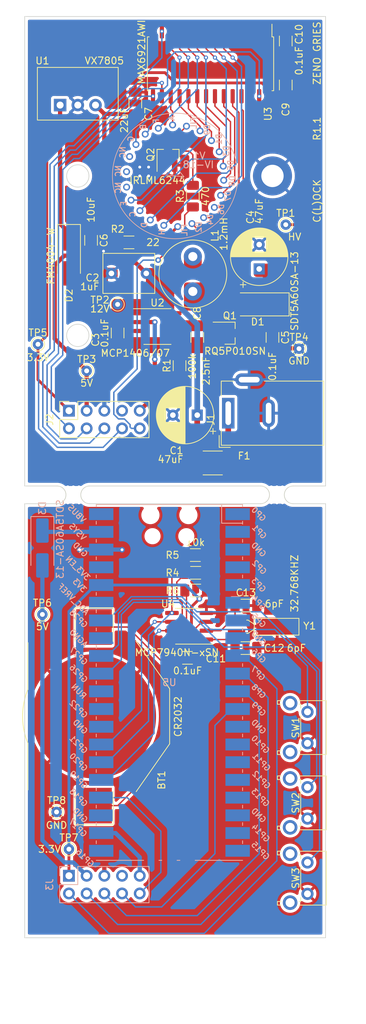
<source format=kicad_pcb>
(kicad_pcb (version 20221018) (generator pcbnew)
  (layers (0 "F.Cu" signal) (31 "B.Cu" signal) (34 "B.Paste" user) (35 "F.Paste" user) (36 "B.SilkS" user "B.Silkscreen") (37 "F.SilkS" user "F.Silkscreen") (38 "B.Mask" user) (39 "F.Mask" user) (44 "Edge.Cuts" user))
  (net 0 "")
  (net 1 "Net-(BT1-+)")
  (net 2 "GND")
  (net 3 "+12V")
  (net 4 "/30-50V")
  (net 5 "Net-(D2-K)")
  (net 6 "+5V")
  (net 7 "+3.3V")
  (net 8 "GNDA")
  (net 9 "+3.3VA")
  (net 10 "Net-(D1-A)")
  (net 11 "Net-(D3-K)")
  (net 12 "/BOOST")
  (net 13 "/SCL")
  (net 14 "/SDA")
  (net 15 "/MFP")
  (net 16 "/SWITCH1")
  (net 17 "/SWITCH2")
  (net 18 "/SWITCH3")
  (net 20 "Net-(U4-X1)")
  (net 21 "Net-(U4-X2)")
  (net 22 "+5VA")
  (net 23 "/MCU_BLANK")
  (net 24 "/MCU_LATCH")
  (net 25 "/MCU_DATA")
  (net 26 "/CLOCK")
  (net 27 "/DATA")
  (net 28 "/LATCH")
  (net 29 "/BLANK")
  (net 30 "/MCU_CLOCK")
  (net 31 "/MCU_BOOST")
  (net 32 "Net-(R2-Pad2)")
  (net 45 "/GATE")
  (net 59 "/DP")
  (net 60 "/D")
  (net 61 "/C")
  (net 62 "/E")
  (net 63 "/F")
  (net 64 "/B")
  (net 65 "/G")
  (net 66 "/A")
  (net 67 "/D9")
  (net 68 "/D1")
  (net 69 "/D3")
  (net 70 "/D5")
  (net 71 "/D8")
  (net 72 "/D7")
  (net 73 "/D6")
  (net 74 "/D4")
  (net 75 "/D2")
  (net 82 "/FIL")
  (net 83 "/MCU_FIL")
  (net 84 "Net-(Q2-G)")
  (net 85 "Net-(Q2-D)")
  (net 89 "Net-(F1-Pad1)")
  (footprint "Button_Switch_THT:SW_Tactile_SPST_Angled_PTS645Vx83-2LFS" (layer "F.Cu") (at 149.8025 144.78 -90)
    (fp_text reference "SW2")
    (fp_text value "SW_SPST")
  )
  (footprint "TestPoint:TestPoint_THTPad_D1.5mm_Drill0.7mm" (layer "F.Cu") (at 118.11 85.09)
    (fp_text reference "TP3")
    (fp_text value "5V")
  )
  (footprint "Capacitor_SMD:C_1206_3216Metric_Pad1.33x1.80mm_HandSolder" (layer "F.Cu") (at 125.095 46.6975 90)
    (fp_text reference "C7")
    (fp_text value "22uF")
  )
  (footprint "Diode_SMD:D_SMA_Handsoldering" (layer "F.Cu") (at 142.661 75.565 180)
    (fp_text reference "D1")
    (fp_text value "SDT5A60SA-13")
  )
  (footprint "vfd:Crystal_DS26_D2.0mm_L6.0mm_Horizontal_Grounded_SMT" (layer "F.Cu") (at 140.379 122.7272 90)
    (fp_text reference "Y1")
    (fp_text value "32.768KHZ")
  )
  (footprint "Panelization:mouse-bite-2.54mm-slot" (layer "F.Cu") (at 145.415 102.87)
    (fp_text reference "mouse-bite-2.54mm-slot" hide)
    (fp_text value "VAL**" hide)
  )
  (footprint "TestPoint:TestPoint_THTPad_D1.5mm_Drill0.7mm" (layer "F.Cu") (at 113.792 148.336)
    (fp_text reference "TP8")
    (fp_text value "GND")
  )
  (footprint "Resistor_SMD:R_1206_3216Metric_Pad1.30x1.75mm_HandSolder" (layer "F.Cu") (at 133.35 60.045 90)
    (fp_text reference "R3")
    (fp_text value "470")
  )
  (footprint "TestPoint:TestPoint_THTPad_D1.5mm_Drill0.7mm" (layer "F.Cu") (at 111.125 81.28)
    (fp_text reference "TP5")
    (fp_text value "3.3V")
  )
  (footprint "Capacitor_THT:CP_Radial_D8.0mm_P3.50mm" (layer "F.Cu") (at 142.875 70.485 90)
    (fp_text reference "C4")
    (fp_text value "47uF")
  )
  (footprint "Package_SO:SOIC-8_3.9x4.9mm_P1.27mm" (layer "F.Cu") (at 128.27 78.74)
    (fp_text reference "U2")
    (fp_text value "MCP1406/07")
  )
  (footprint "Resistor_SMD:R_1206_3216Metric_Pad1.30x1.75mm_HandSolder" (layer "F.Cu") (at 133.757 116.586 180)
    (fp_text reference "R6")
    (fp_text value "10k")
  )
  (footprint "Diode_SMD:D_SMA_Handsoldering" (layer "F.Cu") (at 115.57 68.62 -90)
    (fp_text reference "D2")
    (fp_text value "FM4004-W")
  )
  (footprint "Package_SO:SOIC-28W_7.5x17.9mm_P1.27mm" (layer "F.Cu") (at 135.89 41.07 -90)
    (fp_text reference "U3")
    (fp_text value "MAX6921AWI")
  )
  (footprint "TestPoint:TestPoint_THTPad_D1.5mm_Drill0.7mm" (layer "F.Cu") (at 146.685 64.135)
    (fp_text reference "TP1")
    (fp_text value "HV")
  )
  (footprint "Capacitor_SMD:C_1206_3216Metric_Pad1.33x1.80mm_HandSolder" (layer "F.Cu") (at 132.588 126.238)
    (fp_text reference "C11")
    (fp_text value "0.1uF")
  )
  (footprint "Panelization:mouse-bite-2.54mm-slot" (layer "F.Cu") (at 116.205 102.87)
    (fp_text reference "mouse-bite-2.54mm-slot" hide)
    (fp_text value "VAL**" hide)
  )
  (footprint "TestPoint:TestPoint_THTPad_D1.5mm_Drill0.7mm" (layer "F.Cu") (at 115.57 153.67)
    (fp_text reference "TP7")
    (fp_text value "3.3V")
  )
  (footprint "Capacitor_SMD:C_1206_3216Metric_Pad1.33x1.80mm_HandSolder" (layer "F.Cu") (at 140.97 118.745)
    (fp_text reference "C13")
    (fp_text value "6pF")
  )
  (footprint "Capacitor_THT:C_Rect_L7.2mm_W5.5mm_P5.00mm_FKS2_FKP2_MKS2_MKP2" (layer "F.Cu") (at 126.666 71.12 180)
    (fp_text reference "C2")
    (fp_text value "1uF")
  )
  (footprint "Resistor_SMD:R_1206_3216Metric_Pad1.30x1.75mm_HandSolder" (layer "F.Cu") (at 133.757 114.046 180)
    (fp_text reference "R4")
    (fp_text value "10k")
  )
  (footprint "MountingHole:MountingHole_3.2mm_M3_DIN965_Pad" (layer "F.Cu") (at 144.78 57.15)
    (fp_text reference "H1")
    (fp_text value "MountingHole_Pad")
  )
  (footprint "Capacitor_SMD:C_1206_3216Metric_Pad1.33x1.80mm_HandSolder" (layer "F.Cu") (at 146.685 44.1075 -90)
    (fp_text reference "C9")
    (fp_text value "0.1uF")
  )
  (footprint "Capacitor_SMD:C_1206_3216Metric_Pad1.33x1.80mm_HandSolder" (layer "F.Cu") (at 122.555 79.6675 -90)
    (fp_text reference "C3")
    (fp_text value "0.1uF")
  )
  (footprint "Fuse:Fuse_1812_4532Metric_Pad1.30x3.40mm_HandSolder" (layer "F.Cu") (at 136.205 98.298 180)
    (fp_text reference "F1")
    (fp_text value "300mA")
  )
  (footprint "Button_Switch_THT:SW_Tactile_SPST_Angled_PTS645Vx83-2LFS" (layer "F.Cu") (at 149.8025 155.575 -90)
    (fp_text reference "SW3")
    (fp_text value "SW_SPST")
  )
  (footprint "Capacitor_SMD:C_1206_3216Metric_Pad1.33x1.80mm_HandSolder" (layer "F.Cu") (at 133.985 80.3025 -90)
    (fp_text reference "C8")
    (fp_text value "2.5nF")
  )
  (footprint "vfd:VX7805" (layer "F.Cu") (at 116.84 46.99)
    (fp_text reference "U1")
    (fp_text value "VX7805")
  )
  (footprint "Resistor_SMD:R_1206_3216Metric_Pad1.30x1.75mm_HandSolder" (layer "F.Cu") (at 124.18 66.675)
    (fp_text reference "R2")
    (fp_text value "22")
  )
  (footprint "Capacitor_SMD:C_1206_3216Metric_Pad1.33x1.80mm_HandSolder" (layer "F.Cu") (at 144.78 80.3025 -90)
    (fp_text reference "C5")
    (fp_text value "0.1uF")
  )
  (footprint "Capacitor_SMD:C_1206_3216Metric_Pad1.33x1.80mm_HandSolder" (layer "F.Cu") (at 146.685 37.8075 -90)
    (fp_text reference "C10")
    (fp_text value "0.1uF")
  )
  (footprint "Package_TO_SOT_SMD:SOT-23_Handsoldering" (layer "F.Cu") (at 129.794 54.102 90)
    (fp_text reference "Q2")
    (fp_text value "IRLML6244")
  )
  (footprint "Battery:BatteryHolder_Keystone_3002_1x2032" (layer "F.Cu") (at 119.17 134.62 90)
    (fp_text reference "BT1")
    (fp_text value "CR2032")
  )
  (footprint "Button_Switch_THT:SW_Tactile_SPST_Angled_PTS645Vx83-2LFS" (layer "F.Cu") (at 149.8025 133.985 -90)
    (fp_text reference "SW1")
    (fp_text value "SW_SPST")
  )
  (footprint "Package_SO:SOIC-8_3.9x4.9mm_P1.27mm" (layer "F.Cu") (at 132.824 121.7112 180)
    (fp_text reference "U4")
    (fp_text value "MCP7940N-xSN")
  )
  (footprint "Connector_BarrelJack:BarrelJack_Wuerth_6941xx301002" (layer "F.Cu") (at 138.43 91.16 90)
    (fp_text reference "J1")
    (fp_text value "Barrel_Jack_Switch")
  )
  (footprint "Capacitor_SMD:C_1206_3216Metric_Pad1.33x1.80mm_HandSolder" (layer "F.Cu") (at 140.97 124.841)
    (fp_text reference "C12")
    (fp_text value "6pF")
  )
  (footprint "TestPoint:TestPoint_THTPad_D1.5mm_Drill0.7mm" (layer "F.Cu") (at 122.555 75.565)
    (fp_text reference "TP2")
    (fp_text value "12V")
  )
  (footprint "TestPoint:TestPoint_THTPad_D1.5mm_Drill0.7mm" (layer "F.Cu") (at 148.59 81.915)
    (fp_text reference "TP4")
    (fp_text value "GND")
  )
  (footprint "TestPoint:TestPoint_THTPad_D1.5mm_Drill0.7mm" (layer "F.Cu") (at 111.76 120.015)
    (fp_text reference "TP6")
    (fp_text value "5V")
  )
  (footprint "Resistor_SMD:R_1206_3216Metric_Pad1.30x1.75mm_HandSolder" (layer "F.Cu") (at 133.705 111.506 180)
    (fp_text reference "R5")
    (fp_text value "10k")
  )
  (footprint "Capacitor_SMD:C_1206_3216Metric_Pad1.33x1.80mm_HandSolder" (layer "F.Cu") (at 118.745 66.3825 -90)
    (fp_text reference "C6")
    (fp_text value "10uF")
  )
  (footprint "Package_TO_SOT_SMD:SOT-23_Handsoldering" (layer "F.Cu") (at 138.66 79.69)
    (fp_text reference "Q1")
    (fp_text value "RQ5P010SN")
  )
  (footprint "Connector_PinSocket_2.54mm:PinSocket_2x05_P2.54mm_Vertical" (layer "F.Cu") (at 115.57 90.805 90)
    (fp_text reference "J2")
    (fp_text value "Conn_02x05_Odd_Even")
  )
  (footprint "Capacitor_THT:CP_Radial_D8.0mm_P3.50mm" (layer "F.Cu") (at 133.985 91.44 180)
    (fp_text reference "C1")
    (fp_text value "47uF")
  )
  (footprint "Resistor_SMD:R_1206_3216Metric_Pad1.30x1.75mm_HandSolder" (layer "F.Cu") (at 131.445 84.354 90)
    (fp_text reference "R1")
    (fp_text value "100k")
  )
  (footprint "Inductor_THT:L_Radial_D9.5mm_P5.00mm_Fastron_07HVP" (layer "F.Cu") (at 133.35 68.707 -90)
    (fp_text reference "L1")
    (fp_text value "1.2mH")
  )
  (footprint "Connector_PinSocket_2.54mm:PinSocket_2x05_P2.54mm_Vertical" (layer "F.Cu") (at 115.57 157.48 90)
    (fp_text reference "J3")
    (fp_text value "Conn_02x05_Odd_Even")
  )
  (footprint "MCU_RaspberryPi_and_Boards:RPi_Pico_SMD" (layer "B.Cu") (at 129.99 129.77 180)
    (fp_text reference "U5")
    (fp_text value "Pico")
  )
  (footprint "Diode_SMD:D_SMA_Handsoldering" (layer "B.Cu") (at 111.76 110.49 -90)
    (fp_text reference "D3")
    (fp_text value "SDT5A60SA-13")
  )
  (footprint "vfd:IV-18" (layer "B.Cu") (at 130.81 57.15 85)
    (fp_text reference "V1")
    (fp_text value "IV-18")
  )
  (gr_line (start 152.4 101.6) (end 152.4 34.29) (stroke (width 0.1)) (layer "Edge.Cuts"))
  (gr_arc (start 143.0782 101.6) (mid 144.3482 102.87) (end 143.0782 104.14) (stroke (width 0.1)) (layer "Edge.Cuts"))
  (gr_line (start 109.22 34.29) (end 109.22 101.6) (stroke (width 0.1)) (layer "Edge.Cuts"))
  (gr_line (start 109.22 166.37) (end 109.22 104.14) (stroke (width 0.1)) (layer "Edge.Cuts"))
  (gr_arc (start 147.7518 104.14) (mid 146.4818 102.87) (end 147.7518 101.6) (stroke (width 0.1)) (layer "Edge.Cuts"))
  (gr_arc (start 118.5418 104.14) (mid 117.2718 102.87) (end 118.5418 101.6) (stroke (width 0.1)) (layer "Edge.Cuts"))
  (gr_line (start 118.5418 101.6) (end 143.0782 101.6) (stroke (width 0.1)) (layer "Edge.Cuts"))
  (gr_line (start 113.8682 104.14) (end 109.22 104.14) (stroke (width 0.1)) (layer "Edge.Cuts"))
  (gr_line (start 152.4 104.14) (end 147.7518 104.14) (stroke (width 0.1)) (layer "Edge.Cuts"))
  (gr_line (start 109.22 101.6) (end 113.8682 101.6) (stroke (width 0.1)) (layer "Edge.Cuts"))
  (gr_line (start 152.4 166.37) (end 109.22 166.37) (stroke (width 0.1)) (layer "Edge.Cuts"))
  (gr_line (start 152.4 104.14) (end 152.4 166.37) (stroke (width 0.1)) (layer "Edge.Cuts"))
  (gr_circle (center 116.84 80.01) (end 118.44 80.01) (stroke (width 0.1)) (fill none) (layer "Edge.Cuts"))
  (gr_arc (start 113.8682 101.6) (mid 115.1382 102.87) (end 113.8682 104.14) (stroke (width 0.1)) (layer "Edge.Cuts"))
  (gr_line (start 118.5418 104.14) (end 143.0782 104.14) (stroke (width 0.1)) (layer "Edge.Cuts"))
  (gr_line (start 147.7518 101.6) (end 152.4 101.6) (stroke (width 0.1)) (layer "Edge.Cuts"))
  (gr_circle (center 116.84 57.15) (end 118.44 57.15) (stroke (width 0.1)) (fill none) (layer "Edge.Cuts"))
  (gr_line (start 152.4 34.29) (end 109.22 34.29) (stroke (width 0.1)) (layer "Edge.Cuts"))
  (gr_text "C(L)OCK		R1.1	ZENO GRIES" (at 151.765 34.925 90) (layer "F.SilkS") (effects (font (size 1 1)) (justify right bottom)))
  (segment (start 132.196 127.201976) (end 132.196 123.554226) (width 0.2032) (layer "F.Cu") (net 1))
  (segment (start 123.965024 121.82) (end 129.791024 127.646) (width 0.2032) (layer "F.Cu") (net 1))
  (segment (start 122.582 147.42) (end 131.751976 138.250024) (width 0.2032) (layer "F.Cu") (net 1))
  (segment (start 119.17 121.82) (end 123.965024 121.82) (width 0.2032) (layer "F.Cu") (net 1))
  (segment (start 129.791024 127.646) (end 131.751976 127.646) (width 0.2032) (layer "F.Cu") (net 1))
  (segment (start 133.816 121.923646) (end 134.663446 121.0762) (width 0.2032) (layer "F.Cu") (net 1))
  (segment (start 134.663446 121.0762) (end 135.299 121.0762) (width 0.2032) (layer "F.Cu") (net 1))
  (segment (start 131.751976 138.250024) (end 131.751976 127.646) (width 0.2032) (layer "F.Cu") (net 1))
  (segment (start 119.17 147.42) (end 122.582 147.42) (width 0.2032) (layer "F.Cu") (net 1))
  (segment (start 132.196 123.554226) (end 133.816 121.934226) (width 0.2032) (layer "F.Cu") (net 1))
  (segment (start 131.751976 127.646) (end 132.196 127.201976) (width 0.2032) (layer "F.Cu") (net 1))
  (segment (start 133.816 121.934226) (end 133.816 121.923646) (width 0.2032) (layer "F.Cu") (net 1))
  (segment (start 148.59 81.915) (end 148.54 81.865) (width 0.6096) (layer "F.Cu") (net 2))
  (segment (start 120.534537 67.933462) (end 120.522999 67.945) (width 0.6096) (layer "F.Cu") (net 2))
  (segment (start 120.522999 67.945) (end 118.745 67.945) (width 0.6096) (layer "F.Cu") (net 2))
  (segment (start 148.54 81.865) (end 144.78 81.865) (width 0.6096) (layer "F.Cu") (net 2))
  (via (at 125.73 57.15) (size 0.8128) (drill 0.4064) (layers "F.Cu" "B.Cu") (net 2))
  (via (at 120.534537 67.933462) (size 0.8128) (drill 0.4064) (layers "F.Cu" "B.Cu") (net 2))
  (via (at 127 55.88) (size 0.8128) (drill 0.4064) (layers "F.Cu" "B.Cu") (net 2))
  (via (at 125.73 55.88) (size 0.8128) (drill 0.4064) (layers "F.Cu" "B.Cu") (net 2))
  (via (at 127 57.15) (size 0.8128) (drill 0.4064) (layers "F.Cu" "B.Cu") (net 2))
  (segment (start 120.65 90.805) (end 120.65 86.36) (width 0.6096) (layer "B.Cu") (net 2))
  (segment (start 126.666 71.12) (end 125.142 69.596) (width 0.6096) (layer "F.Cu") (net 3))
  (segment (start 133.985 91.44) (end 134.265 91.16) (width 0.6096) (layer "F.Cu") (net 3))
  (segment (start 115.57 70.358) (end 115.57 71.12) (width 0.6096) (layer "F.Cu") (net 3))
  (segment (start 116.332 69.596) (end 115.57 70.358) (width 0.6096) (layer "F.Cu") (net 3))
  (segment (start 133.98 91.445) (end 133.985 91.44) (width 0.6096) (layer "F.Cu") (net 3))
  (segment (start 125.142 69.596) (end 116.332 69.596) (width 0.6096) (layer "F.Cu") (net 3))
  (segment (start 133.98 98.298) (end 133.98 91.445) (width 0.8128) (layer "F.Cu") (net 3))
  (segment (start 133.985 91.44) (end 133.985 78.439) (width 0.8128) (layer "B.Cu") (net 3))
  (segment (start 133.985 78.439) (end 126.666 71.12) (width 0.8128) (layer "B.Cu") (net 3))
  (segment (start 146.685 36.245) (end 144.32 36.245) (width 0.4064) (layer "F.Cu") (net 4))
  (segment (start 149.275 36.245) (end 146.685 36.245) (width 0.4064) (layer "F.Cu") (net 4))
  (segment (start 151.13 68.58) (end 151.13 64.135) (width 0.4064) (layer "F.Cu") (net 4))
  (segment (start 146.685 64.135) (end 148.59 64.135) (width 0.4064) (layer "F.Cu") (net 4))
  (segment (start 144.32 36.245) (end 144.145 36.42) (width 0.4064) (layer "F.Cu") (net 4))
  (segment (start 151.13 38.1) (end 149.275 36.245) (width 0.4064) (layer "F.Cu") (net 4))
  (segment (start 149.1996 64.135) (end 148.59 64.135) (width 0.4064) (layer "F.Cu") (net 4))
  (segment (start 149.1996 64.135) (end 151.13 64.135) (width 0.4064) (layer "F.Cu") (net 4))
  (segment (start 149.225 70.485) (end 151.13 68.58) (width 0.4064) (layer "F.Cu") (net 4))
  (segment (start 142.875 70.485) (end 149.225 70.485) (width 0.4064) (layer "F.Cu") (net 4))
  (segment (start 151.13 64.135) (end 151.13 38.1) (width 0.4064) (layer "F.Cu") (net 4))
  (segment (start 114.3 64.008) (end 114.3 46.99) (width 0.6096) (layer "F.Cu") (net 5))
  (segment (start 115.57 66.12) (end 115.57 65.278) (width 0.6096) (layer "F.Cu") (net 5))
  (segment (start 118.745 64.82) (end 115.57 64.82) (width 0.6096) (layer "F.Cu") (net 5))
  (segment (start 115.57 65.278) (end 114.3 64.008) (width 0.6096) (layer "F.Cu") (net 5))
  (segment (start 115.57 64.82) (end 115.57 66.12) (width 0.6096) (layer "F.Cu") (net 5))
  (segment (start 120.65 48.26) (end 119.38 46.99) (width 0.6096) (layer "F.Cu") (net 6))
  (segment (start 113.532 80.512) (end 113.532 69.936024) (width 0.6096) (layer "F.Cu") (net 6))
  (segment (start 118.11 85.09) (end 113.532 80.512) (width 0.6096) (layer "F.Cu") (net 6))
  (segment (start 114.888024 68.58) (end 116.84 68.58) (width 0.6096) (layer "F.Cu") (net 6))
  (segment (start 120.65 48.26) (end 120.65 49.27) (width 0.6096) (layer "F.Cu") (net 6))
  (segment (start 125.095 48.26) (end 120.65 48.26) (width 0.6096) (layer "F.Cu") (net 6))
  (segment (start 116.84 68.58) (end 117.094 68.326) (width 0.6096) (layer "F.Cu") (net 6))
  (segment (start 118.11 85.09) (end 118.11 90.805) (width 0.6096) (layer "F.Cu") (net 6))
  (segment (start 117.094 68.326) (end 117.094 67.31) (width 0.6096) (layer "F.Cu") (net 6))
  (segment (start 113.532 69.936024) (end 114.888024 68.58) (width 0.6096) (layer "F.Cu") (net 6))
  (segment (start 120.65 49.27) (end 120.65 66.675) (width 0.6096) (layer "F.Cu") (net 6))
  (segment (start 117.094 67.31) (end 117.729 66.675) (width 0.6096) (layer "F.Cu") (net 6))
  (segment (start 117.729 66.675) (end 122.63 66.675) (width 0.6096) (layer "F.Cu") (net 6))
  (segment (start 120.65 66.675) (end 122.63 66.675) (width 0.6096) (layer "F.Cu") (net 6))
  (segment (start 112.395 80.01) (end 111.125 81.28) (width 0.4064) (layer "F.Cu") (net 7))
  (segment (start 144.195 45.67) (end 144.145 45.72) (width 0.4064) (layer "F.Cu") (net 7))
  (segment (start 146.685 45.67) (end 144.195 45.67) (width 0.4064) (layer "F.Cu") (net 7))
  (segment (start 144.145 45.72) (end 144.145 44.695) (width 0.4064) (layer "F.Cu") (net 7))
  (segment (start 115.7368 42.3418) (end 112.395 45.6836) (width 0.4064) (layer "F.Cu") (net 7))
  (segment (start 143.265 43.815) (end 130.821579 43.815) (width 0.4064) (layer "F.Cu") (net 7))
  (segment (start 111.125 81.28) (end 111.125 86.36) (width 0.4064) (layer "F.Cu") (net 7))
  (segment (start 144.145 44.695) (end 143.265 43.815) (width 0.4064) (layer "F.Cu") (net 7))
  (segment (start 130.821579 43.815) (end 129.348379 42.3418) (width 0.4064) (layer "F.Cu") (net 7))
  (segment (start 129.348379 42.3418) (end 115.7368 42.3418) (width 0.4064) (layer "F.Cu") (net 7))
  (segment (start 111.125 86.36) (end 115.57 90.805) (width 0.4064) (layer "F.Cu") (net 7))
  (segment (start 112.395 45.6836) (end 112.395 80.01) (width 0.4064) (layer "F.Cu") (net 7))
  (segment (start 120.65 157.48) (end 120.65 154.94) (width 0.6096) (layer "F.Cu") (net 8))
  (via (at 123.19 110.744) (size 0.8128) (drill 0.4064) (layers "F.Cu" "B.Cu") (net 8))
  (via (at 117.094 110.744) (size 0.8128) (drill 0.4064) (layers "F.Cu" "B.Cu") (net 8))
  (segment (start 121.1 110.72) (end 123.166 110.72) (width 0.6096) (layer "B.Cu") (net 8))
  (segment (start 117.118 110.72) (end 117.094 110.744) (width 0.6096) (layer "B.Cu") (net 8))
  (segment (start 121.1 110.72) (end 117.118 110.72) (width 0.6096) (layer "B.Cu") (net 8))
  (segment (start 123.166 110.72) (end 123.19 110.744) (width 0.6096) (layer "B.Cu") (net 8))
  (segment (start 135.307 111.558) (end 135.255 111.506) (width 0.4064) (layer "F.Cu") (net 9))
  (segment (start 135.307 116.764568) (end 135.307 116.586) (width 0.4064) (layer "F.Cu") (net 9))
  (segment (start 135.307 114.046) (end 135.307 111.558) (width 0.4064) (layer "F.Cu") (net 9))
  (segment (start 133.1528 118.918768) (end 133.1528 121.591638) (width 0.4064) (layer "F.Cu") (net 9))
  (segment (start 134.290784 117.780784) (end 133.1528 118.918768) (width 0.4064) (layer "F.Cu") (net 9))
  (segment (start 130.349 125.283468) (end 130.349 123.6162) (width 0.4064) (layer "F.Cu") (net 9))
  (segment (start 131.0255 125.959968) (end 130.349 125.283468) (width 0.4064) (layer "F.Cu") (net 9))
  (segment (start 134.290784 117.780784) (end 135.307 116.764568) (width 0.4064) (layer "F.Cu") (net 9))
  (segment (start 115.57 157.48) (end 115.57 153.67) (width 0.4064) (layer "F.Cu") (net 9))
  (segment (start 133.1528 121.591638) (end 131.128238 123.6162) (width 0.4064) (layer "F.Cu") (net 9))
  (segment (start 131.128238 123.6162) (end 130.349 123.6162) (width 0.4064) (layer "F.Cu") (net 9))
  (segment (start 131.0255 126.238) (end 131.0255 125.959968) (width 0.4064) (layer "F.Cu") (net 9))
  (segment (start 135.307 116.586) (end 135.307 114.046) (width 0.4064) (layer "F.Cu") (net 9))
  (via (at 134.290784 117.780784) (size 0.8128) (drill 0.4064) (layers "F.Cu" "B.Cu") (net 9))
  (segment (start 119.357632 115.8) (end 121.1 115.8) (width 0.4064) (layer "B.Cu") (net 9))
  (segment (start 115.57 153.67) (end 115.57 119.587632) (width 0.4064) (layer "B.Cu") (net 9))
  (segment (start 132.31 115.8) (end 121.1 115.8) (width 0.4064) (layer "B.Cu") (net 9))
  (segment (start 134.290784 117.780784) (end 132.31 115.8) (width 0.4064) (layer "B.Cu") (net 9))
  (segment (start 115.57 119.587632) (end 119.357632 115.8) (width 0.4064) (layer "B.Cu") (net 9))
  (segment (start 111.95 108.18) (end 111.76 107.99) (width 0.6096) (layer "B.Cu") (net 11))
  (segment (start 121.1 108.18) (end 111.95 108.18) (width 0.6096) (layer "B.Cu") (net 11))
  (segment (start 131.445 85.904) (end 127.889 85.904) (width 0.6096) (layer "F.Cu") (net 12))
  (segment (start 127.889 88.646) (end 127.889 85.904) (width 0.6096) (layer "F.Cu") (net 12))
  (segment (start 127.889 78.105) (end 125.795 78.105) (width 0.6096) (layer "F.Cu") (net 12))
  (segment (start 127.889 84.328) (end 127.889 83.439) (width 0.6096) (layer "F.Cu") (net 12))
  (segment (start 125.73 90.805) (end 127.889 88.646) (width 0.6096) (layer "F.Cu") (net 12))
  (segment (start 127.889 85.904) (end 127.889 84.328) (width 0.6096) (layer "F.Cu") (net 12))
  (via (at 127.889 83.439) (size 0.8128) (drill 0.4064) (layers "F.Cu" "B.Cu") (net 12))
  (via (at 127.889 78.105) (size 0.8128) (drill 0.4064) (layers "F.Cu" "B.Cu") (net 12))
  (segment (start 127.889 83.439) (end 127.889 78.105) (width 0.6096) (layer "B.Cu") (net 12))
  (segment (start 130.349 121.0762) (end 131.038842 121.0762) (width 0.2032) (layer "F.Cu") (net 13))
  (segment (start 131.832 120.283042) (end 131.832 118.37) (width 0.2032) (layer "F.Cu") (net 13))
  (segment (start 131.038842 121.0762) (end 131.832 120.283042) (width 0.2032) (layer "F.Cu") (net 13))
  (segment (start 131.049 115.3742) (end 132.207 114.2162) (width 0.2032) (layer "F.Cu") (net 13))
  (segment (start 131.049 117.587) (end 131.049 115.3742) (width 0.2032) (layer "F.Cu") (net 13))
  (segment (start 127.883437 121.0762) (end 130.349 121.0762) (width 0.2032) (layer "F.Cu") (net 13))
  (segment (start 131.832 118.37) (end 131.049 117.587) (width 0.2032) (layer "F.Cu") (net 13))
  (segment (start 132.207 114.2162) (end 132.207 114.046) (width 0.2032) (layer "F.Cu") (net 13))
  (via (at 127.883437 121.0762) (size 0.6096) (drill 0.3048) (layers "F.Cu" "B.Cu") (net 13))
  (segment (start 127.883437 121.0762) (end 125.984 122.975637) (width 0.2032) (layer "B.Cu") (net 13))
  (segment (start 125.984 122.975637) (end 125.984 133.776) (width 0.2032) (layer "B.Cu") (net 13))
  (segment (start 125.984 133.776) (end 121.1 138.66) (width 0.2032) (layer "B.Cu") (net 13))
  (segment (start 130.349 119.8062) (end 130.349 113.509742) (width 0.2032) (layer "F.Cu") (net 14))
  (segment (start 130.349 113.509742) (end 132.155 111.703742) (width 0.2032) (layer "F.Cu") (net 14))
  (segment (start 132.155 111.703742) (end 132.155 111.506) (width 0.2032) (layer "F.Cu") (net 14))
  (segment (start 132.155 111.70834) (end 132.155 111.506) (width 0.2032) (layer "F.Cu") (net 14))
  (via (at 130.349 119.8062) (size 0.6096) (drill 0.3048) (layers "F.Cu" "B.Cu") (net 14))
  (segment (start 130.201895 119.8062) (end 130.349 119.8062) (width 0.2032) (layer "B.Cu") (net 14))
  (segment (start 127 135.3) (end 127 123.008095) (width 0.2032) (layer "B.Cu") (net 14))
  (segment (start 127 123.008095) (end 130.201895 119.8062) (width 0.2032) (layer "B.Cu") (net 14))
  (segment (start 121.1 141.2) (end 127 135.3) (width 0.2032) (layer "B.Cu") (net 14))
  (segment (start 131.024747 122.3462) (end 132.4416 120.929347) (width 0.2032) (layer "F.Cu") (net 15))
  (segment (start 132.4416 116.8206) (end 132.207 116.586) (width 0.2032) (layer "F.Cu") (net 15))
  (segment (start 130.349 122.3462) (end 131.024747 122.3462) (width 0.2032) (layer "F.Cu") (net 15))
  (segment (start 128.524 122.3462) (end 130.349 122.3462) (width 0.2032) (layer "F.Cu") (net 15))
  (segment (start 132.4416 120.929347) (end 132.4416 116.8206) (width 0.2032) (layer "F.Cu") (net 15))
  (via (at 128.524 122.3462) (size 0.6096) (drill 0.3048) (layers "F.Cu" "B.Cu") (net 15))
  (segment (start 128.524 122.3462) (end 127.771152 123.099048) (width 0.2032) (layer "B.Cu") (net 15))
  (segment (start 127.771152 137.068848) (end 121.1 143.74) (width 0.2032) (layer "B.Cu") (net 15))
  (segment (start 127.771152 123.099048) (end 127.771152 137.068848) (width 0.2032) (layer "B.Cu") (net 15))
  (segment (start 123.0884 120.041072) (end 123.0884 126.5116) (width 0.2032) (layer "B.Cu") (net 16))
  (segment (start 149.8025 133.985) (end 149.8025 127.423946) (width 0.2032) (layer "B.Cu") (net 16))
  (segment (start 147.067154 124.6886) (end 137.830074 124.6886) (width 0.2032) (layer "B.Cu") (net 16))
  (segment (start 124.841672 118.2878) (end 123.0884 120.041072) (width 0.2032) (layer "B.Cu") (net 16))
  (segment (start 131.429274 118.2878) (end 124.841672 118.2878) (width 0.2032) (layer "B.Cu") (net 16))
  (segment (start 137.830074 124.6886) (end 131.429274 118.2878) (width 0.2032) (layer "B.Cu") (net 16))
  (segment (start 149.8025 127.423946) (end 147.067154 124.6886) (width 0.2032) (layer "B.Cu") (net 16))
  (segment (start 123.0884 126.5116) (end 121.1 128.5) (width 0.2032) (layer "B.Cu") (net 16))
  (segment (start 149.8025 144.78) (end 151.13 143.4525) (width 0.2032) (layer "B.Cu") (net 17))
  (segment (start 131.59761 117.8814) (end 124.673336 117.8814) (width 0.2032) (layer "B.Cu") (net 17))
  (segment (start 122.682 119.872736) (end 122.682 124.378) (width 0.2032) (layer "B.Cu") (net 17))
  (segment (start 135.89021 122.174) (end 131.59761 117.8814) (width 0.2032) (layer "B.Cu") (net 17))
  (segment (start 124.673336 117.8814) (end 122.682 119.872736) (width 0.2032) (layer "B.Cu") (net 17))
  (segment (start 145.12729 122.174) (end 135.89021 122.174) (width 0.2032) (layer "B.Cu") (net 17))
  (segment (start 151.13 128.17671) (end 145.12729 122.174) (width 0.2032) (layer "B.Cu") (net 17))
  (segment (start 151.13 143.4525) (end 151.13 128.17671) (width 0.2032) (layer "B.Cu") (net 17))
  (segment (start 122.682 124.378) (end 121.1 125.96) (width 0.2032) (layer "B.Cu") (net 17))
  (segment (start 131.765946 117.475) (end 124.505 117.475) (width 0.2032) (layer "B.Cu") (net 18))
  (segment (start 143.162026 119.634) (end 133.924946 119.634) (width 0.2032) (layer "B.Cu") (net 18))
  (segment (start 151.5364 128.008374) (end 143.162026 119.634) (width 0.2032) (layer "B.Cu") (net 18))
  (segment (start 133.924946 119.634) (end 131.765946 117.475) (width 0.2032) (layer "B.Cu") (net 18))
  (segment (start 124.505 117.475) (end 121.1 120.88) (width 0.2032) (layer "B.Cu") (net 18))
  (segment (start 151.5364 153.8411) (end 151.5364 128.008374) (width 0.2032) (layer "B.Cu") (net 18))
  (segment (start 149.8025 155.575) (end 151.5364 153.8411) (width 0.2032) (layer "B.Cu") (net 18))
  (segment (start 139.4075 124.841) (end 139.4075 122.9367) (width 0.2032) (layer "F.Cu") (net 20))
  (segment (start 138.918059 122.7272) (end 139.617 122.7272) (width 0.2032) (layer "F.Cu") (net 20))
  (segment (start 135.299 123.6162) (end 138.029059 123.6162) (width 0.2032) (layer "F.Cu") (net 20))
  (segment (start 139.4075 122.9367) (end 139.617 122.7272) (width 0.2032) (layer "F.Cu") (net 20))
  (segment (start 138.029059 123.6162) (end 138.918059 122.7272) (width 0.2032) (layer "F.Cu") (net 20))
  (segment (start 135.299 122.3462) (end 137.359507 122.3462) (width 0.2032) (layer "F.Cu") (net 21))
  (segment (start 139.4075 120.6127) (end 139.617 120.8222) (width 0.2032) (layer "F.Cu") (net 21))
  (segment (start 138.883507 120.8222) (end 139.617 120.8222) (width 0.2032) (layer "F.Cu") (net 21))
  (segment (start 137.359507 122.3462) (end 138.883507 120.8222) (width 0.2032) (layer "F.Cu") (net 21))
  (segment (start 139.4075 118.745) (end 139.4075 120.6127) (width 0.2032) (layer "F.Cu") (net 21))
  (segment (start 111.76 120.015) (end 111.76 112.99) (width 0.6096) (layer "B.Cu") (net 22))
  (segment (start 114.935 155.575) (end 111.76 152.4) (width 0.6096) (layer "B.Cu") (net 22))
  (segment (start 118.11 157.48) (end 116.205 155.575) (width 0.6096) (layer "B.Cu") (net 22))
  (segment (start 111.76 152.4) (end 111.76 120.015) (width 0.6096) (layer "B.Cu") (net 22))
  (segment (start 116.205 155.575) (end 114.935 155.575) (width 0.6096) (layer "B.Cu") (net 22))
  (segment (start 136.525 154.305) (end 136.525 135.935) (width 0.2032) (layer "B.Cu") (net 23))
  (segment (start 136.525 135.935) (end 138.88 133.58) (width 0.2032) (layer "B.Cu") (net 23))
  (segment (start 128.8796 161.9504) (end 136.525 154.305) (width 0.2032) (layer "B.Cu") (net 23))
  (segment (start 125.1204 161.9504) (end 128.8796 161.9504) (width 0.2032) (layer "B.Cu") (net 23))
  (segment (start 123.19 160.02) (end 125.1204 161.9504) (width 0.2032) (layer "B.Cu") (net 23))
  (segment (start 142.875 154.305) (end 142.875 133.223) (width 0.2032) (layer "B.Cu") (net 24))
  (segment (start 123.825 163.195) (end 133.985 163.195) (width 0.2032) (layer "B.Cu") (net 24))
  (segment (start 120.65 160.02) (end 123.825 163.195) (width 0.2032) (layer "B.Cu") (net 24))
  (segment (start 142.875 133.223) (end 140.692 131.04) (width 0.2032) (layer "B.Cu") (net 24))
  (segment (start 133.985 163.195) (end 142.875 154.305) (width 0.2032) (layer "B.Cu") (net 24))
  (segment (start 140.692 131.04) (end 138.88 131.04) (width 0.2032) (layer "B.Cu") (net 24))
  (segment (start 144.145 154.813) (end 144.145 131.953) (width 0.2032) (layer "B.Cu") (net 25))
  (segment (start 134.493 164.465) (end 144.145 154.813) (width 0.2032) (layer "B.Cu") (net 25))
  (segment (start 140.692 128.5) (end 138.88 128.5) (width 0.2032) (layer "B.Cu") (net 25))
  (segment (start 118.11 160.02) (end 122.555 164.465) (width 0.2032) (layer "B.Cu") (net 25))
  (segment (start 122.555 164.465) (end 134.493 164.465) (width 0.2032) (layer "B.Cu") (net 25))
  (segment (start 144.145 131.953) (end 140.692 128.5) (width 0.2032) (layer "B.Cu") (net 25))
  (via (at 127.635 45.72) (size 0.6096) (drill 0.3048) (layers "F.Cu" "B.Cu") (net 26))
  (segment (start 125.984 45.72) (end 117.043201 54.6608) (width 0.2032) (layer "B.Cu") (net 26))
  (segment (start 114.678666 56.254745) (end 114.678666 82.848922) (width 0.2032) (layer "B.Cu") (net 26))
  (segment (start 127.635 45.72) (end 125.984 45.72) (width 0.2032) (layer "B.Cu") (net 26))
  (segment (start 117.043201 54.6608) (end 116.272611 54.6608) (width 0.2032) (layer "B.Cu") (net 26))
  (segment (start 113.042 84.485588) (end 113.042 90.817) (width 0.2032) (layer "B.Cu") (net 26))
  (segment (start 113.042 90.817) (end 115.57 93.345) (width 0.2032) (layer "B.Cu") (net 26))
  (segment (start 116.272611 54.6608) (end 114.678666 56.254745) (width 0.2032) (layer "B.Cu") (net 26))
  (segment (start 114.678666 82.848922) (end 113.042 84.485588) (width 0.2032) (layer "B.Cu") (net 26))
  (via (at 142.875 45.72) (size 0.6096) (drill 0.3048) (layers "F.Cu" "B.Cu") (net 27))
  (segment (start 130.81 39.37) (end 129.7178 40.4622) (width 0.2032) (layer "B.Cu") (net 27))
  (segment (start 114.408072 94.8436) (end 116.6114 94.8436) (width 0.2032) (layer "B.Cu") (net 27))
  (segment (start 116.6114 94.8436) (end 118.11 93.345) (width 0.2032) (layer "B.Cu") (net 27))
  (segment (start 126.214096 44.6278) (end 116.790697 54.0512) (width 0.2032) (layer "B.Cu") (net 27))
  (segment (start 141.605 39.37) (end 130.81 39.37) (width 0.2032) (layer "B.Cu") (net 27))
  (segment (start 112.4324 84.233084) (end 112.4324 92.867928) (width 0.2032) (layer "B.Cu") (net 27))
  (segment (start 142.875 40.64) (end 141.605 39.37) (width 0.2032) (layer "B.Cu") (net 27))
  (segment (start 142.875 45.72) (end 142.875 40.64) (width 0.2032) (layer "B.Cu") (net 27))
  (segment (start 129.7178 40.4622) (end 129.7178 44.151673) (width 0.2032) (layer "B.Cu") (net 27))
  (segment (start 129.7178 44.151673) (end 129.241673 44.6278) (width 0.2032) (layer "B.Cu") (net 27))
  (segment (start 129.241673 44.6278) (end 126.214096 44.6278) (width 0.2032) (layer "B.Cu") (net 27))
  (segment (start 112.4324 92.867928) (end 114.408072 94.8436) (width 0.2032) (layer "B.Cu") (net 27))
  (segment (start 114.069066 82.596418) (end 112.4324 84.233084) (width 0.2032) (layer "B.Cu") (net 27))
  (segment (start 114.069066 56.002241) (end 114.069066 82.596418) (width 0.2032) (layer "B.Cu") (net 27))
  (segment (start 116.020107 54.0512) (end 114.069066 56.002241) (width 0.2032) (layer "B.Cu") (net 27))
  (segment (start 116.790697 54.0512) (end 116.020107 54.0512) (width 0.2032) (layer "B.Cu") (net 27))
  (segment (start 128.905 43.815) (end 128.905 45.72) (width 0.2032) (layer "F.Cu") (net 28))
  (via (at 128.905 43.815) (size 0.6096) (drill 0.3048) (layers "F.Cu" "B.Cu") (net 28))
  (segment (start 118.5418 95.4532) (end 120.65 93.345) (width 0.2032) (layer "B.Cu") (net 28))
  (segment (start 126.164792 43.815) (end 116.538193 53.4416) (width 0.2032) (layer "B.Cu") (net 28))
  (segment (start 111.8228 83.797352) (end 111.8228 93.120432) (width 0.2032) (layer "B.Cu") (net 28))
  (segment (start 113.459466 82.160686) (end 111.8228 83.797352) (width 0.2032) (layer "B.Cu") (net 28))
  (segment (start 111.8228 93.120432) (end 114.155568 95.4532) (width 0.2032) (layer "B.Cu") (net 28))
  (segment (start 115.767603 53.4416) (end 113.459466 55.749737) (width 0.2032) (layer "B.Cu") (net 28))
  (segment (start 128.905 43.815) (end 126.164792 43.815) (width 0.2032) (layer "B.Cu") (net 28))
  (segment (start 116.538193 53.4416) (end 115.767603 53.4416) (width 0.2032) (layer "B.Cu") (net 28))
  (segment (start 114.155568 95.4532) (end 118.5418 95.4532) (width 0.2032) (layer "B.Cu") (net 28))
  (segment (start 113.459466 55.749737) (end 113.459466 82.160686) (width 0.2032) (layer "B.Cu") (net 28))
  (via (at 128.905 36.42) (size 0.6096) (drill 0.3048) (layers "F.Cu" "B.Cu") (net 29))
  (segment (start 116.285688 52.832) (end 115.515099 52.832) (width 0.2032) (layer "B.Cu") (net 29))
  (segment (start 111.2132 93.372936) (end 113.903064 96.0628) (width 0.2032) (layer "B.Cu") (net 29))
  (segment (start 113.903064 96.0628) (end 120.4722 96.0628) (width 0.2032) (layer "B.Cu") (net 29))
  (segment (start 128.905 40.212688) (end 116.285688 52.832) (width 0.2032) (layer "B.Cu") (net 29))
  (segment (start 120.4722 96.0628) (end 123.19 93.345) (width 0.2032) (layer "B.Cu") (net 29))
  (segment (start 112.849866 55.497233) (end 112.849866 81.908181) (width 0.2032) (layer "B.Cu") (net 29))
  (segment (start 115.515099 52.832) (end 112.849866 55.497233) (width 0.2032) (layer "B.Cu") (net 29))
  (segment (start 128.905 36.42) (end 128.905 40.212688) (width 0.2032) (layer "B.Cu") (net 29))
  (segment (start 112.849866 81.908181) (end 111.2132 83.544848) (width 0.2032) (layer "B.Cu") (net 29))
  (segment (start 111.2132 83.544848) (end 111.2132 93.372936) (width 0.2032) (layer "B.Cu") (net 29))
  (segment (start 121.285 165.735) (end 135.001 165.735) (width 0.2032) (layer "B.Cu") (net 30))
  (segment (start 145.415 155.321) (end 145.415 130.683) (width 0.2032) (layer "B.Cu") (net 30))
  (segment (start 140.692 125.96) (end 138.88 125.96) (width 0.2032) (layer "B.Cu") (net 30))
  (segment (start 145.415 130.683) (end 140.692 125.96) (width 0.2032) (layer "B.Cu") (net 30))
  (segment (start 115.57 160.02) (end 121.285 165.735) (width 0.2032) (layer "B.Cu") (net 30))
  (segment (start 140.688422 125.095) (end 138.88 125.095) (width 0.2032) (layer "B.Cu") (net 30))
  (segment (start 135.001 165.735) (end 145.415 155.321) (width 0.2032) (layer "B.Cu") (net 30))
  (segment (start 125.73 157.48) (end 125.73 154.82921) (width 0.6096) (layer "B.Cu") (net 31))
  (segment (start 122.26079 151.36) (end 121.1 151.36) (width 0.6096) (layer "B.Cu") (net 31))
  (segment (start 125.73 154.82921) (end 122.26079 151.36) (width 0.6096) (layer "B.Cu") (net 31))
  (segment (start 128.913431 66.675) (end 131.178673 64.409758) (width 0.4064) (layer "F.Cu") (net 32))
  (segment (start 125.73 66.675) (end 128.913431 66.675) (width 0.4064) (layer "F.Cu") (net 32))
  (segment (start 139.065 40.1823) (end 137.795 38.9123) (width 0.2032) (layer "F.Cu") (net 59))
  (segment (start 137.795 38.9123) (end 137.795 36.42) (width 0.2032) (layer "F.Cu") (net 59))
  (via (at 139.065 40.1823) (size 0.6096) (drill 0.3048) (layers "F.Cu" "B.Cu") (net 59))
  (segment (start 140.335 57.15) (end 138.66949 58.81551) (width 0.2032) (layer "B.Cu") (net 59))
  (segment (start 139.065 40.1823) (end 140.335 41.4523) (width 0.2032) (layer "B.Cu") (net 59))
  (segment (start 140.335 41.4523) (end 140.335 57.15) (width 0.2032) (layer "B.Cu") (net 59))
  (segment (start 138.66949 58.81551) (end 134.60622 58.81551) (width 0.2032) (layer "B.Cu") (net 59))
  (segment (start 134.60622 58.81551) (end 129.186284 64.235446) (width 0.2032) (layer "B.Cu") (net 59))
  (segment (start 137.766967 40.1823) (end 136.525 38.940333) (width 0.2032) (layer "F.Cu") (net 60))
  (segment (start 136.525 38.940333) (end 136.525 36.42) (width 0.2032) (layer "F.Cu") (net 60))
  (via (at 137.766967 40.1823) (size 0.6096) (drill 0.3048) (layers "F.Cu" "B.Cu") (net 60))
  (segment (start 139.7 55.245) (end 138.196177 56.748823) (width 0.2032) (layer "B.Cu") (net 60))
  (segment (start 133.960783 56.748823) (end 127.246188 63.463418) (width 0.2032) (layer "B.Cu") (net 60))
  (segment (start 138.196177 56.748823) (end 133.960783 56.748823) (width 0.2032) (layer "B.Cu") (net 60))
  (segment (start 137.766967 40.1823) (end 139.7 42.115333) (width 0.2032) (layer "B.Cu") (net 60))
  (segment (start 139.7 42.115333) (end 139.7 55.245) (width 0.2032) (layer "B.Cu") (net 60))
  (segment (start 136.525 40.1823) (end 135.255 38.9123) (width 0.2032) (layer "F.Cu") (net 61))
  (segment (start 135.255 38.9123) (end 135.255 36.42) (width 0.2032) (layer "F.Cu") (net 61))
  (via (at 136.525 40.1823) (size 0.6096) (drill 0.3048) (layers "F.Cu" "B.Cu") (net 61))
  (segment (start 137.599469 54.726868) (end 133.15853 54.726868) (width 0.2032) (layer "B.Cu") (net 61))
  (segment (start 136.525 40.1823) (end 138.143791 41.801091) (width 0.2032) (layer "B.Cu") (net 61))
  (segment (start 138.143791 41.801091) (end 138.143791 54.182546) (width 0.2032) (layer "B.Cu") (net 61))
  (segment (start 133.15853 54.726868) (end 125.756863 62.128535) (width 0.2032) (layer "B.Cu") (net 61))
  (segment (start 138.143791 54.182546) (end 137.599469 54.726868) (width 0.2032) (layer "B.Cu") (net 61))
  (segment (start 135.226967 40.1823) (end 133.985 38.940333) (width 0.2032) (layer "F.Cu") (net 62))
  (segment (start 133.985 38.940333) (end 133.985 36.42) (width 0.2032) (layer "F.Cu") (net 62))
  (via (at 135.226967 40.1823) (size 0.6096) (drill 0.3048) (layers "F.Cu" "B.Cu") (net 62))
  (segment (start 135.446205 49.97516) (end 135.446205 51.147677) (width 0.2032) (layer "B.Cu") (net 62))
  (segment (start 135.226967 49.755922) (end 135.446205 49.97516) (width 0.2032) (layer "B.Cu") (net 62))
  (segment (start 125.982038 60.611844) (end 124.484209 60.611844) (width 0.2032) (layer "B.Cu") (net 62))
  (segment (start 135.446205 51.147677) (end 125.982038 60.611844) (width 0.2032) (layer "B.Cu") (net 62))
  (segment (start 135.226967 40.1823) (end 135.226967 49.755922) (width 0.2032) (layer "B.Cu") (net 62))
  (segment (start 132.715 38.9123) (end 132.715 36.42) (width 0.2032) (layer "F.Cu") (net 63))
  (segment (start 133.985 40.1823) (end 132.715 38.9123) (width 0.2032) (layer "F.Cu") (net 63))
  (via (at 133.985 40.1823) (size 0.6096) (drill 0.3048) (layers "F.Cu" "B.Cu") (net 63))
  (segment (start 133.985 44.725292) (end 128.396644 50.313648) (width 0.2032) (layer "B.Cu") (net 63))
  (segment (start 133.985 40.1823) (end 133.985 44.725292) (width 0.2032) (layer "B.Cu") (net 63))
  (segment (start 132.686967 40.1823) (end 131.445 38.940333) (width 0.2032) (layer "F.Cu") (net 64))
  (segment (start 131.445 38.940333) (end 131.445 36.42) (width 0.2032) (layer "F.Cu") (net 64))
  (via (at 132.686967 40.1823) (size 0.6096) (drill 0.3048) (layers "F.Cu" "B.Cu") (net 64))
  (segment (start 126.516338 51.152962) (end 127 50.6693) (width 0.2032) (layer "B.Cu") (net 64))
  (segment (start 127.009389 50.165) (end 127 50.165) (width 0.2032) (layer "B.Cu") (net 64))
  (segment (start 132.686967 40.1823) (end 132.686967 44.487422) (width 0.2032) (layer "B.Cu") (net 64))
  (segment (start 127 50.6693) (end 127 50.165) (width 0.2032) (layer "B.Cu") (net 64))
  (segment (start 132.686967 44.487422) (end 127.009389 50.165) (width 0.2032) (layer "B.Cu") (net 64))
  (segment (start 130.175 38.9123) (end 130.175 36.42) (width 0.2032) (layer "F.Cu") (net 65))
  (segment (start 131.445 40.1823) (end 130.175 38.9123) (width 0.2032) (layer "F.Cu") (net 65))
  (via (at 131.445 40.1823) (size 0.6096) (drill 0.3048) (layers "F.Cu" "B.Cu") (net 65))
  (segment (start 131.445 40.1823) (end 131.445 44.45) (width 0.2032) (layer "B.Cu") (net 65))
  (segment (start 131.445 44.45) (end 125.181455 50.713545) (width 0.2032) (layer "B.Cu") (net 65))
  (segment (start 125.181455 50.713545) (end 125.181455 52.642287) (width 0.2032) (layer "B.Cu") (net 65))
  (segment (start 130.175 47.625) (end 130.175 45.72) (width 0.2032) (layer "F.Cu") (net 66))
  (segment (start 130.445684 49.840433) (end 130.445684 47.895684) (width 0.2032) (layer "F.Cu") (net 66))
  (segment (start 130.445684 47.895684) (end 130.175 47.625) (width 0.2032) (layer "F.Cu") (net 66))
  (segment (start 131.445 47.099021) (end 134.386885 50.040906) (width 0.2032) (layer "F.Cu") (net 67))
  (segment (start 134.386885 50.040906) (end 134.386885 50.687153) (width 0.2032) (layer "F.Cu") (net 67))
  (segment (start 131.445 45.72) (end 131.445 47.099021) (width 0.2032) (layer "F.Cu") (net 67))
  (segment (start 132.715 47.506917) (end 136.021281 50.813198) (width 0.2032) (layer "F.Cu") (net 68))
  (segment (start 136.021281 50.813198) (end 136.021281 52.084919) (width 0.2032) (layer "F.Cu") (net 68))
  (segment (start 132.715 45.72) (end 132.715 47.506917) (width 0.2032) (layer "F.Cu") (net 68))
  (segment (start 133.985 47.185) (end 137.135791 50.335791) (width 0.2032) (layer "F.Cu") (net 69))
  (segment (start 137.135791 50.335791) (end 137.135791 53.688156) (width 0.2032) (layer "F.Cu") (net 69))
  (segment (start 133.985 45.72) (end 133.985 47.185) (width 0.2032) (layer "F.Cu") (net 69))
  (segment (start 135.255 47.185) (end 138.143791 50.073791) (width 0.2032) (layer "F.Cu") (net 70))
  (segment (start 138.143791 50.073791) (end 138.143791 54.261209) (width 0.2032) (layer "F.Cu") (net 70))
  (segment (start 135.255 45.72) (end 135.255 47.185) (width 0.2032) (layer "F.Cu") (net 70))
  (segment (start 138.143791 54.261209) (end 137.708626 54.696374) (width 0.2032) (layer "F.Cu") (net 70))
  (segment (start 137.708626 54.696374) (end 137.708626 55.745912) (width 0.2032) (layer "F.Cu") (net 70))
  (segment (start 136.525 45.72) (end 136.525 47.152896) (width 0.2032) (layer "F.Cu") (net 71))
  (segment (start 136.525 47.152896) (end 138.753391 49.381287) (width 0.2032) (layer "F.Cu") (net 71))
  (segment (start 138.753391 56.790062) (end 137.783363 57.76009) (width 0.2032) (layer "F.Cu") (net 71))
  (segment (start 138.753391 49.381287) (end 138.753391 56.790062) (width 0.2032) (layer "F.Cu") (net 71))
  (segment (start 139.362991 48.752991) (end 139.362991 57.909511) (width 0.2032) (layer "F.Cu") (net 72))
  (segment (start 137.795 47.185) (end 139.362991 48.752991) (width 0.2032) (layer "F.Cu") (net 72))
  (segment (start 137.795 45.72) (end 137.795 47.185) (width 0.2032) (layer "F.Cu") (net 72))
  (segment (start 139.362991 57.909511) (end 137.342572 59.92993) (width 0.2032) (layer "F.Cu") (net 72))
  (segment (start 139.065 47.152896) (end 139.972591 48.060486) (width 0.2032) (layer "F.Cu") (net 73))
  (segment (start 139.972591 48.060486) (end 139.972591 58.843419) (width 0.2032) (layer "F.Cu") (net 73))
  (segment (start 139.972591 58.843419) (end 137.158297 61.657713) (width 0.2032) (layer "F.Cu") (net 73))
  (segment (start 137.158297 61.657713) (end 136.438545 61.657713) (width 0.2032) (layer "F.Cu") (net 73))
  (segment (start 139.065 45.72) (end 139.065 47.152896) (width 0.2032) (layer "F.Cu") (net 73))
  (segment (start 140.335 45.72) (end 140.335 47.56079) (width 0.2032) (layer "F.Cu") (net 74))
  (segment (start 140.582191 59.095923) (end 136.548507 63.129607) (width 0.2032) (layer "F.Cu") (net 74))
  (segment (start 140.582191 47.807981) (end 140.582191 59.095923) (width 0.2032) (layer "F.Cu") (net 74))
  (segment (start 140.335 47.56079) (end 140.582191 47.807981) (width 0.2032) (layer "F.Cu") (net 74))
  (segment (start 136.548507 63.129607) (end 134.904423 63.129607) (width 0.2032) (layer "F.Cu") (net 74))
  (segment (start 141.605 47.625) (end 141.305 47.925) (width 0.2032) (layer "F.Cu") (net 75))
  (segment (start 141.305 47.925) (end 141.305 59.235218) (width 0.2032) (layer "F.Cu") (net 75))
  (segment (start 132.818 63.934273) (end 132.802 63.918273) (width 0.2032) (layer "F.Cu") (net 75))
  (segment (start 134.007004 64.77) (end 133.223356 63.986352) (width 0.2032) (layer "F.Cu") (net 75))
  (segment (start 141.305 59.235218) (end 135.770218 64.77) (width 0.2032) (layer "F.Cu") (net 75))
  (segment (start 135.770218 64.77) (end 134.007004 64.77) (width 0.2032) (layer "F.Cu") (net 75))
  (segment (start 141.605 45.72) (end 141.605 47.625) (width 0.2032) (layer "F.Cu") (net 75))
  (segment (start 128.368727 69.215) (end 128.636863 69.215) (width 0.2032) (layer "F.Cu") (net 82))
  (segment (start 132.186673 62.758327) (end 133.35 61.595) (width 0.2032) (layer "F.Cu") (net 82))
  (segment (start 128.368727 69.215) (end 132.186673 65.397054) (width 0.2032) (layer "F.Cu") (net 82))
  (segment (start 132.186673 65.397054) (end 132.186673 62.758327) (width 0.2032) (layer "F.Cu") (net 82))
  (via (at 128.368727 69.215) (size 0.8128) (drill 0.4064) (layers "F.Cu" "B.Cu") (net 82))
  (segment (start 124.3448 93.152352) (end 124.537448 93.345) (width 0.2032) (layer "B.Cu") (net 82))
  (segment (start 122.011788 88.173212) (end 122.011788 91.321504) (width 0.2032) (layer "B.Cu") (net 82))
  (segment (start 122.674919 91.984635) (end 123.524351 91.984635) (width 0.2032) (layer "B.Cu") (net 82))
  (segment (start 125.358 84.827) (end 122.011788 88.173212) (width 0.2032) (layer "B.Cu") (net 82))
  (segment (start 123.524351 91.984635) (end 124.3448 92.805084) (width 0.2032) (layer "B.Cu") (net 82))
  (segment (start 128.368727 69.215) (end 126.229161 69.215) (width 0.2032) (layer "B.Cu") (net 82))
  (segment (start 126.229161 69.215) (end 125.358 70.086161) (width 0.2032) (layer "B.Cu") (net 82))
  (segment (start 124.3448 92.805084) (end 124.3448 93.152352) (width 0.2032) (layer "B.Cu") (net 82))
  (segment (start 122.011788 91.321504) (end 122.674919 91.984635) (width 0.2032) (layer "B.Cu") (net 82))
  (segment (start 124.537448 93.345) (end 125.73 93.345) (width 0.2032) (layer "B.Cu") (net 82))
  (segment (start 125.358 70.086161) (end 125.358 84.827) (width 0.2032) (layer "B.Cu") (net 82))
  (segment (start 125.73 160.02) (end 128.760707 156.989293) (width 0.2032) (layer "B.Cu") (net 83))
  (segment (start 128.760707 156.989293) (end 128.760707 151.102681) (width 0.2032) (layer "B.Cu") (net 83))
  (segment (start 128.760707 151.102681) (end 123.938026 146.28) (width 0.2032) (layer "B.Cu") (net 83))
  (segment (start 123.938026 146.28) (end 121.1 146.28) (width 0.2032) (layer "B.Cu") (net 83))
  (segment (start 133.35 54.102) (end 132.842 53.594) (width 0.2032) (layer "F.Cu") (net 84))
  (segment (start 131.064 53.594) (end 130.556 54.102) (width 0.2032) (layer "F.Cu") (net 84))
  (segment (start 130.556 54.102) (end 129.794 54.102) (width 0.2032) (layer "F.Cu") (net 84))
  (segment (start 128.844 55.052) (end 128.844 55.602) (width 0.2032) (layer "F.Cu") (net 84))
  (segment (start 133.35 58.495) (end 133.35 54.102) (width 0.2032) (layer "F.Cu") (net 84))
  (segment (start 129.794 54.102) (end 128.844 55.052) (width 0.2032) (layer "F.Cu") (net 84))
  (segment (start 132.842 53.594) (end 131.064 53.594) (width 0.2032) (layer "F.Cu") (net 84))
  (segment (start 132.438074 50.014744) (end 131.652818 50.8) (width 0.2032) (layer "F.Cu") (net 85))
  (segment (start 129.794 52.602) (end 129.794 52.07) (width 0.2032) (layer "F.Cu") (net 85))
  (segment (start 131.652818 50.8) (end 131.066978 50.8) (width 0.2032) (layer "F.Cu") (net 85))
  (segment (start 129.794 52.072978) (end 129.794 52.602) (width 0.2032) (layer "F.Cu") (net 85))
  (segment (start 131.066978 50.8) (end 129.794 52.072978) (width 0.2032) (layer "F.Cu") (net 85))
  (segment (start 138.43 91.16) (end 138.43 98.298) (width 0.8128) (layer "F.Cu") (net 89))
  (segment (start 138.43 91.16) (end 138.43 90.17) (width 0.6096) (layer "B.Cu") (net 89))
  (zone (net 8) (net_name "GNDA") (layer "F.Cu") (priority 7) (connect_pads (clearance 0.4064)) (min_thickness 0.4064) (fill yes (thermal_gap 0.4064) (thermal_bridge_width 0.4064))
    (polygon (pts (xy 152.4 166.37) (xy 152.4 104.14) (xy 109.22 104.14) (xy 109.22 166.37)))
  )
  (zone (net 2) (net_name "GND") (layer "F.Cu") (priority 6) (connect_pads (clearance 0.4064)) (min_thickness 0.4064) (fill yes (thermal_gap 0.4064) (thermal_bridge_width 0.4064))
    (polygon (pts (xy 109.22 65.405) (xy 152.4 65.405) (xy 152.4 34.29) (xy 109.22 34.29)))
  )
  (zone (net 10) (net_name "Net-(D1-A)") (layer "F.Cu") (priority 1) (connect_pads yes (clearance 0.4064)) (min_thickness 0.8128) (fill yes (thermal_gap 0.8128) (thermal_bridge_width 0.8128))
    (polygon (pts (xy 139.192 80.01) (xy 139.192 76.454) (xy 132.08 76.454) (xy 132.08 72.39) (xy 141.859 72.39) (xy 141.859 80.01)))
  )
  (zone (net 45) (net_name "/GATE") (layer "F.Cu") (connect_pads yes (clearance 0.4064)) (min_thickness 0.8128) (fill yes (thermal_gap 0.8128) (thermal_bridge_width 0.8128))
    (polygon (pts (xy 129.794 77.851) (xy 138.049 77.851) (xy 138.049 79.375) (xy 129.794 79.375)))
  )
  (zone (net 3) (net_name "+12V") (layer "F.Cu") (priority 2) (connect_pads yes (clearance 0.4064)) (min_thickness 0.8128) (fill yes (thermal_gap 0.8128) (thermal_bridge_width 0.8128))
    (polygon (pts (xy 121.666 78.74) (xy 121.666 74.803) (xy 126.619 74.803) (xy 126.619 70.358) (xy 132.08 70.358) (xy 132.08 68.58) (xy 134.62 68.58) (xy 134.62 72.009) (xy 130.683 72.009) (xy 130.683 77.089) (xy 124.333 77.089) (xy 124.333 78.74)))
  )
  (zone (net 2) (net_name "GND") (layer "F.Cu") (priority 4) (connect_pads yes (clearance 0.4064)) (min_thickness 0.8128) (fill yes (thermal_gap 0.8128) (thermal_bridge_width 0.8128))
    (polygon (pts (xy 145.669 82.55) (xy 144.399 82.55) (xy 144.399 92.456) (xy 141.351 92.456) (xy 141.351 82.55) (xy 119.38 82.55) (xy 119.38 78.232) (xy 119.38 70.104) (xy 122.555 70.104) (xy 122.555 71.882) (xy 121.158 71.882) (xy 121.158 80.264) (xy 145.669 80.264)))
  )
  (zone (net 4) (net_name "/30-50V") (layer "F.Cu") (priority 3) (connect_pads yes (clearance 0.4064)) (min_thickness 0.8128) (fill yes (thermal_gap 0.8128) (thermal_bridge_width 0.8128))
    (polygon (pts (xy 143.891 79.375) (xy 143.891 76.454) (xy 143.383 76.454) (xy 143.383 71.628) (xy 142.113 71.628) (xy 142.113 69.723) (xy 146.812 69.723) (xy 146.812 79.375)))
  )
  (zone (net 0) (net_name "") (layer "B.Cu") (priority 7) (connect_pads (clearance 0.8128)) (min_thickness 0.4064) (fill yes (thermal_gap 0.4064) (thermal_bridge_width 0.4064) (island_removal_mode 1) (island_area_min 10))
    (polygon (pts (xy 152.4 166.37) (xy 152.4 104.14) (xy 109.22 104.14) (xy 109.22 166.37)))
  )
  (zone (net 2) (net_name "GND") (layer "B.Cu") (priority 5) (connect_pads (clearance 0.4064)) (min_thickness 0.4064) (fill yes (thermal_gap 0.4064) (thermal_bridge_width 0.4064))
    (polygon (pts (xy 109.22 34.29) (xy 109.22 101.6) (xy 152.4 101.6) (xy 152.4 34.29)))
  )
)
</source>
